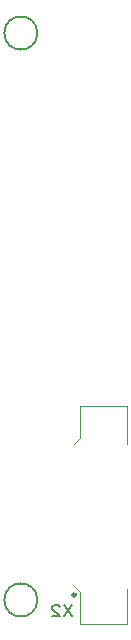
<source format=gbo>
G04*
G04 #@! TF.GenerationSoftware,Altium Limited,Altium Designer,20.2.7 (254)*
G04*
G04 Layer_Color=32896*
%FSLAX44Y44*%
%MOMM*%
G71*
G04*
G04 #@! TF.SameCoordinates,A9EDBE35-11DE-427E-9D3E-92A449E16AAC*
G04*
G04*
G04 #@! TF.FilePolarity,Positive*
G04*
G01*
G75*
%ADD10C,0.1500*%
%ADD11C,0.2000*%
%ADD13C,0.1000*%
%ADD25C,0.3000*%
D10*
X68331Y19998D02*
X61666Y10002D01*
Y19998D02*
X68331Y10002D01*
X51669D02*
X58334D01*
X51669Y16666D01*
Y18332D01*
X53335Y19998D01*
X56668D01*
X58334Y18332D01*
D11*
X39000Y24000D02*
G03*
X39000Y24000I-14000J0D01*
G01*
Y504000D02*
G03*
X39000Y504000I-14000J0D01*
G01*
D13*
X70000Y156000D02*
X75000Y161000D01*
X70000Y36000D02*
X72500Y33500D01*
X115000Y3500D02*
Y33500D01*
X75000Y3500D02*
X115000D01*
X75000D02*
Y31000D01*
X72500Y33500D02*
X75000Y31000D01*
X115000Y156000D02*
Y188500D01*
X75000D02*
X115000D01*
X75000Y161000D02*
Y188500D01*
D25*
X71000Y28500D02*
G03*
X71000Y28500I-1000J0D01*
G01*
M02*

</source>
